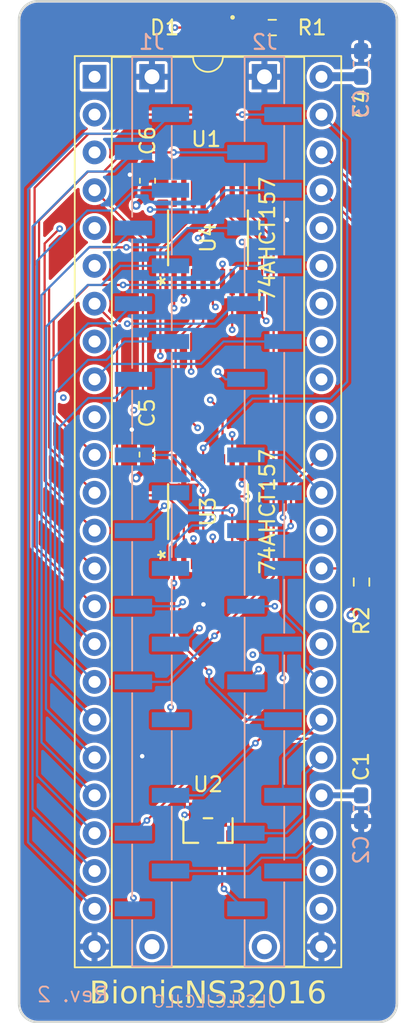
<source format=kicad_pcb>
(kicad_pcb (version 20241229) (generator "pcbnew") (generator_version "9.0")
  (title_block (title "BionicNS32016") (date "2025-12-24") (rev "2") (company "Tadashi G. Takaoka"))
  (layers (0 "F.Cu" mixed) (4 "In1.Cu" mixed) (6 "In2.Cu" mixed) (2 "B.Cu" mixed) (13 "F.Paste" user) (15 "B.Paste" user) (5 "F.SilkS" user "F.Silkscreen") (7 "B.SilkS" user "B.Silkscreen") (1 "F.Mask" user) (3 "B.Mask" user) (25 "Edge.Cuts" user))
  (net 0 "")
  (net 1 "Net-(U1-BBG)")
  (net 2 "GND")
  (net 3 "VCC")
  (net 4 "Net-(D1-K)")
  (net 5 "RDY")
  (net 6 "AD0")
  (net 7 "~{NMI}")
  (net 8 "AD3")
  (net 9 "~{INT}")
  (net 10 "P33")
  (net 11 "AD1")
  (net 12 "P36")
  (net 13 "~{RST}{slash}~{ABT}")
  (net 14 "AD2")
  (net 15 "P37")
  (net 16 "AD5")
  (net 17 "P35")
  (net 18 "AD4")
  (net 19 "P30")
  (net 20 "AD6")
  (net 21 "P34")
  (net 22 "AD7")
  (net 23 "P32")
  (net 24 "P31")
  (net 25 "Net-(J2-P57)")
  (net 27 "~{HLDA}")
  (net 28 "~{HBE}")
  (net 29 "~{DDIN}")
  (net 30 "AD12")
  (net 31 "AD14")
  (net 32 "AD10")
  (net 33 "ASEL")
  (net 34 "~{ADS}")
  (net 35 "AD13")
  (net 36 "~{PFS}")
  (net 37 "PHI1")
  (net 38 "~{HOLD}")
  (net 39 "AD9")
  (net 40 "AD8")
  (net 41 "AD11")
  (net 42 "~{DS}")
  (net 43 "PHI2")
  (net 44 "AD15")
  (net 45 "/A22")
  (net 46 "/A21")
  (net 47 "/A20")
  (net 48 "/A19")
  (net 49 "/A18")
  (net 50 "/A17")
  (net 51 "/A16")
  (net 52 "Net-(U1-~{AT})")
  (net 53 "/~{ILO}")
  (net 54 "/ST3")
  (net 55 "/ST2")
  (net 56 "/ST1")
  (net 57 "/ST0")
  (net 58 "/U{slash}~{S}")
  (net 59 "/A23")
  (footprint "rhom:LED_CSL1901UW1_ROM-M" (layer "F.Cu") (at 113.7 71.778 180)
    (property "Reference" "D1" (at 2.921 0 0) (layer "F.SilkS"))
    (property "Value" "CSL1901UW1")
    (pad "1" smd rect (at -0.8763 0 180) (size 0.9652 0.762) (layers "F.Cu" "F.Mask" "F.Paste") (net 4 "Net-(D1-K)"))
    (pad "2" smd rect (at 0.8763 0 180) (size 0.9652 0.762) (layers "F.Cu" "F.Mask" "F.Paste") (net 3 "VCC"))
    (zone (net 0) (net_name "") (layer "F.Cu") (connect_pads (clearance 0)) (min_thickness 0.254)
      (keepout (tracks not_allowed) (vias not_allowed) (pads allowed) (copperpour not_allowed) (footprints allowed))
      (fill (thermal_gap 0.508) (thermal_bridge_width 0.508))
      (polygon (pts (xy 114.0429 72.1336) (xy 113.3571 72.1336) (xy 113.3571 71.4224) (xy 114.0429 71.4224)))
    )
  )
  (footprint "Capacitor_SMD:C_0603_1608Metric_Pad1.08x0.95mm_HandSolder" (layer "F.Cu") (at 123.987 124.2047 -90)
    (property "Reference" "C1" (at -2.794 0 90) (layer "F.SilkS"))
    (property "Value" "1u")
    (pad "1" smd roundrect (at -0.8625 0 270) (size 1.075 0.95) (layers "F.Cu" "F.Mask" "F.Paste") (net 1 "Net-(U1-BBG)"))
    (pad "2" smd roundrect (at 0.8625 0 270) (size 1.075 0.95) (layers "F.Cu" "F.Mask" "F.Paste") (net 2 "GND"))
  )
  (footprint "Resistor_SMD:R_0603_1608Metric_Pad0.98x0.95mm_HandSolder" (layer "F.Cu") (at 124.0124 109.0144 90)
    (property "Reference" "R2" (at -2.6035 0 90) (layer "F.SilkS"))
    (property "Value" "10k")
    (pad "1" smd roundrect (at -0.9125 0 90) (size 0.975 0.95) (layers "F.Cu" "F.Mask" "F.Paste") (net 3 "VCC"))
    (pad "2" smd roundrect (at 0.9125 0 90) (size 0.975 0.95) (layers "F.Cu" "F.Mask" "F.Paste") (net 52 "Net-(U1-~{AT})"))
  )
  (footprint "bionic:DIP-48_W15.24mm_Socket" (layer "F.Cu") (at 106.08 75.08)
    (property "Reference" "U1" (at 7.493 4.191 0) (layer "F.SilkS"))
    (property "Value" "NS32016N")
    (pad "1" thru_hole rect (at 0 0) (size 1.6 1.6) (drill 0.8) (layers "*.Cu" "*.Mask") (net 45 "/A22"))
    (pad "2" thru_hole oval (at 0 2.54) (size 1.6 1.6) (drill 0.8) (layers "*.Cu" "*.Mask") (net 46 "/A21"))
    (pad "3" thru_hole oval (at 0 5.08) (size 1.6 1.6) (drill 0.8) (layers "*.Cu" "*.Mask") (net 47 "/A20"))
    (pad "4" thru_hole oval (at 0 7.62) (size 1.6 1.6) (drill 0.8) (layers "*.Cu" "*.Mask") (net 48 "/A19"))
    (pad "5" thru_hole oval (at 0 10.16) (size 1.6 1.6) (drill 0.8) (layers "*.Cu" "*.Mask") (net 49 "/A18"))
    (pad "6" thru_hole oval (at 0 12.7) (size 1.6 1.6) (drill 0.8) (layers "*.Cu" "*.Mask") (net 50 "/A17"))
    (pad "7" thru_hole oval (at 0 15.24) (size 1.6 1.6) (drill 0.8) (layers "*.Cu" "*.Mask") (net 51 "/A16"))
    (pad "8" thru_hole oval (at 0 17.78) (size 1.6 1.6) (drill 0.8) (layers "*.Cu" "*.Mask") (net 44 "AD15"))
    (pad "9" thru_hole oval (at 0 20.32) (size 1.6 1.6) (drill 0.8) (layers "*.Cu" "*.Mask") (net 31 "AD14"))
    (pad "10" thru_hole oval (at 0 22.86) (size 1.6 1.6) (drill 0.8) (layers "*.Cu" "*.Mask") (net 35 "AD13"))
    (pad "11" thru_hole oval (at 0 25.4) (size 1.6 1.6) (drill 0.8) (layers "*.Cu" "*.Mask") (net 30 "AD12"))
    (pad "12" thru_hole oval (at 0 27.94) (size 1.6 1.6) (drill 0.8) (layers "*.Cu" "*.Mask") (net 41 "AD11"))
    (pad "13" thru_hole oval (at 0 30.48) (size 1.6 1.6) (drill 0.8) (layers "*.Cu" "*.Mask") (net 32 "AD10"))
    (pad "14" thru_hole oval (at 0 33.02) (size 1.6 1.6) (drill 0.8) (layers "*.Cu" "*.Mask") (net 39 "AD9"))
    (pad "15" thru_hole oval (at 0 35.56) (size 1.6 1.6) (drill 0.8) (layers "*.Cu" "*.Mask") (net 40 "AD8"))
    (pad "16" thru_hole oval (at 0 38.1) (size 1.6 1.6) (drill 0.8) (layers "*.Cu" "*.Mask") (net 22 "AD7"))
    (pad "17" thru_hole oval (at 0 40.64) (size 1.6 1.6) (drill 0.8) (layers "*.Cu" "*.Mask") (net 20 "AD6"))
    (pad "18" thru_hole oval (at 0 43.18) (size 1.6 1.6) (drill 0.8) (layers "*.Cu" "*.Mask") (net 16 "AD5"))
    (pad "19" thru_hole oval (at 0 45.72) (size 1.6 1.6) (drill 0.8) (layers "*.Cu" "*.Mask") (net 18 "AD4"))
    (pad "20" thru_hole oval (at 0 48.26) (size 1.6 1.6) (drill 0.8) (layers "*.Cu" "*.Mask") (net 8 "AD3"))
    (pad "21" thru_hole oval (at 0 50.8) (size 1.6 1.6) (drill 0.8) (layers "*.Cu" "*.Mask") (net 14 "AD2"))
    (pad "22" thru_hole oval (at 0 53.34) (size 1.6 1.6) (drill 0.8) (layers "*.Cu" "*.Mask") (net 11 "AD1"))
    (pad "23" thru_hole oval (at 0 55.88) (size 1.6 1.6) (drill 0.8) (layers "*.Cu" "*.Mask") (net 6 "AD0"))
    (pad "24" thru_hole oval (at 0 58.42) (size 1.6 1.6) (drill 0.8) (layers "*.Cu" "*.Mask") (net 2 "GND"))
    (pad "25" thru_hole oval (at 15.24 58.42) (size 1.6 1.6) (drill 0.8) (layers "*.Cu" "*.Mask") (net 2 "GND"))
    (pad "26" thru_hole oval (at 15.24 55.88) (size 1.6 1.6) (drill 0.8) (layers "*.Cu" "*.Mask") (net 37 "PHI1"))
    (pad "27" thru_hole oval (at 15.24 53.34) (size 1.6 1.6) (drill 0.8) (layers "*.Cu" "*.Mask") (net 43 "PHI2"))
    (pad "28" thru_hole oval (at 15.24 50.8) (size 1.6 1.6) (drill 0.8) (layers "*.Cu" "*.Mask") (net 5 "RDY"))
    (pad "29" thru_hole oval (at 15.24 48.26) (size 1.6 1.6) (drill 0.8) (layers "*.Cu" "*.Mask") (net 1 "Net-(U1-BBG)"))
    (pad "30" thru_hole oval (at 15.24 45.72) (size 1.6 1.6) (drill 0.8) (layers "*.Cu" "*.Mask") (net 38 "~{HOLD}"))
    (pad "31" thru_hole oval (at 15.24 43.18) (size 1.6 1.6) (drill 0.8) (layers "*.Cu" "*.Mask") (net 27 "~{HLDA}"))
    (pad "32" thru_hole oval (at 15.24 40.64) (size 1.6 1.6) (drill 0.8) (layers "*.Cu" "*.Mask") (net 28 "~{HBE}"))
    (pad "33" thru_hole oval (at 15.24 38.1) (size 1.6 1.6) (drill 0.8) (layers "*.Cu" "*.Mask") (net 42 "~{DS}"))
    (pad "34" thru_hole oval (at 15.24 35.56) (size 1.6 1.6) (drill 0.8) (layers "*.Cu" "*.Mask") (net 13 "~{RST}{slash}~{ABT}"))
    (pad "35" thru_hole oval (at 15.24 33.02) (size 1.6 1.6) (drill 0.8) (layers "*.Cu" "*.Mask") (net 52 "Net-(U1-~{AT})"))
    (pad "36" thru_hole oval (at 15.24 30.48) (size 1.6 1.6) (drill 0.8) (layers "*.Cu" "*.Mask") (net 58 "/U{slash}~{S}"))
    (pad "37" thru_hole oval (at 15.24 27.94) (size 1.6 1.6) (drill 0.8) (layers "*.Cu" "*.Mask") (net 34 "~{ADS}"))
    (pad "38" thru_hole oval (at 15.24 25.4) (size 1.6 1.6) (drill 0.8) (layers "*.Cu" "*.Mask") (net 29 "~{DDIN}"))
    (pad "39" thru_hole oval (at 15.24 22.86) (size 1.6 1.6) (drill 0.8) (layers "*.Cu" "*.Mask") (net 36 "~{PFS}"))
    (pad "40" thru_hole oval (at 15.24 20.32) (size 1.6 1.6) (drill 0.8) (layers "*.Cu" "*.Mask") (net 54 "/ST3"))
    (pad "41" thru_hole oval (at 15.24 17.78) (size 1.6 1.6) (drill 0.8) (layers "*.Cu" "*.Mask") (net 55 "/ST2"))
    (pad "42" thru_hole oval (at 15.24 15.24) (size 1.6 1.6) (drill 0.8) (layers "*.Cu" "*.Mask") (net 56 "/ST1"))
    (pad "43" thru_hole oval (at 15.24 12.7) (size 1.6 1.6) (drill 0.8) (layers "*.Cu" "*.Mask") (net 57 "/ST0"))
    (pad "44" thru_hole oval (at 15.24 10.16) (size 1.6 1.6) (drill 0.8) (layers "*.Cu" "*.Mask") (net 53 "/~{ILO}"))
    (pad "45" thru_hole oval (at 15.24 7.62) (size 1.6 1.6) (drill 0.8) (layers "*.Cu" "*.Mask") (net 7 "~{NMI}"))
    (pad "46" thru_hole oval (at 15.24 5.08) (size 1.6 1.6) (drill 0.8) (layers "*.Cu" "*.Mask") (net 9 "~{INT}"))
    (pad "47" thru_hole oval (at 15.24 2.54) (size 1.6 1.6) (drill 0.8) (layers "*.Cu" "*.Mask") (net 59 "/A23"))
    (pad "48" thru_hole oval (at 15.24 0) (size 1.6 1.6) (drill 0.8) (layers "*.Cu" "*.Mask") (net 3 "VCC"))
  )
  (footprint "ti:PW16-M" (layer "F.Cu") (at 113.7 104.29 90)
    (property "Reference" "U3" (at 0 0 90) (layer "F.SilkS"))
    (property "Value" "74AHCT157")
    (fp_text user "*" (at -2.9 -2.8 90) (layer "F.SilkS"))
    (pad "1" smd rect (at -2.9718 -2.274999 90) (size 1.778 0.3556) (layers "F.Cu" "F.Mask" "F.Paste") (net 33 "ASEL"))
    (pad "2" smd rect (at -2.9718 -1.625001 90) (size 1.778 0.3556) (layers "F.Cu" "F.Mask" "F.Paste") (net 51 "/A16"))
    (pad "3" smd rect (at -2.9718 -0.974999 90) (size 1.778 0.3556) (layers "F.Cu" "F.Mask" "F.Paste") (net 47 "/A20"))
    (pad "4" smd rect (at -2.9718 -0.325001 90) (size 1.778 0.3556) (layers "F.Cu" "F.Mask" "F.Paste") (net 19 "P30"))
    (pad "5" smd rect (at -2.9718 0.324998 90) (size 1.778 0.3556) (layers "F.Cu" "F.Mask" "F.Paste") (net 50 "/A17"))
    (pad "6" smd rect (at -2.9718 0.974999 90) (size 1.778 0.3556) (layers "F.Cu" "F.Mask" "F.Paste") (net 46 "/A21"))
    (pad "7" smd rect (at -2.9718 1.624998 90) (size 1.778 0.3556) (layers "F.Cu" "F.Mask" "F.Paste") (net 24 "P31"))
    (pad "8" smd rect (at -2.9718 2.274999 90) (size 1.778 0.3556) (layers "F.Cu" "F.Mask" "F.Paste") (net 2 "GND"))
    (pad "9" smd rect (at 2.9718 2.274999 90) (size 1.778 0.3556) (layers "F.Cu" "F.Mask" "F.Paste") (net 23 "P32"))
    (pad "10" smd rect (at 2.9718 1.625001 90) (size 1.778 0.3556) (layers "F.Cu" "F.Mask" "F.Paste") (net 45 "/A22"))
    (pad "11" smd rect (at 2.9718 0.974999 90) (size 1.778 0.3556) (layers "F.Cu" "F.Mask" "F.Paste") (net 49 "/A18"))
    (pad "12" smd rect (at 2.9718 0.325001 90) (size 1.778 0.3556) (layers "F.Cu" "F.Mask" "F.Paste") (net 10 "P33"))
    (pad "13" smd rect (at 2.9718 -0.324998 90) (size 1.778 0.3556) (layers "F.Cu" "F.Mask" "F.Paste") (net 59 "/A23"))
    (pad "14" smd rect (at 2.9718 -0.974999 90) (size 1.778 0.3556) (layers "F.Cu" "F.Mask" "F.Paste") (net 48 "/A19"))
    (pad "15" smd rect (at 2.9718 -1.624998 90) (size 1.778 0.3556) (layers "F.Cu" "F.Mask" "F.Paste") (net 2 "GND"))
    (pad "16" smd rect (at 2.9718 -2.274999 90) (size 1.778 0.3556) (layers "F.Cu" "F.Mask" "F.Paste") (net 3 "VCC"))
  )
  (footprint "Capacitor_SMD:C_0603_1608Metric_Pad1.08x0.95mm_HandSolder" (layer "F.Cu") (at 109.636 82.065 90)
    (property "Reference" "C6" (at 2.697 0 90) (layer "F.SilkS"))
    (property "Value" "0.1u")
    (pad "1" smd roundrect (at -0.8625 0 90) (size 1.075 0.95) (layers "F.Cu" "F.Mask" "F.Paste") (net 3 "VCC"))
    (pad "2" smd roundrect (at 0.8625 0 90) (size 1.075 0.95) (layers "F.Cu" "F.Mask" "F.Paste") (net 2 "GND"))
  )
  (footprint "Capacitor_SMD:C_0603_1608Metric_Pad1.08x0.95mm_HandSolder" (layer "F.Cu") (at 109.6106 100.4557 90)
    (property "Reference" "C5" (at 2.794 0 90) (layer "F.SilkS"))
    (property "Value" "0.1u")
    (pad "1" smd roundrect (at -0.8625 0 90) (size 1.075 0.95) (layers "F.Cu" "F.Mask" "F.Paste") (net 3 "VCC"))
    (pad "2" smd roundrect (at 0.8625 0 90) (size 1.075 0.95) (layers "F.Cu" "F.Mask" "F.Paste") (net 2 "GND"))
  )
  (footprint "Capacitor_SMD:C_0603_1608Metric_Pad1.08x0.95mm_HandSolder" (layer "F.Cu") (at 123.987 74.2175 90)
    (property "Reference" "C4" (at -2.6935 0 90) (layer "F.SilkS"))
    (property "Value" "22u")
    (pad "1" smd roundrect (at -0.8625 0 90) (size 1.075 0.95) (layers "F.Cu" "F.Mask" "F.Paste") (net 3 "VCC"))
    (pad "2" smd roundrect (at 0.8625 0 90) (size 1.075 0.95) (layers "F.Cu" "F.Mask" "F.Paste") (net 2 "GND"))
  )
  (footprint "ti:PW16-M" (layer "F.Cu") (at 113.7 85.9004 90)
    (property "Reference" "U4" (at 0 0 90) (layer "F.SilkS"))
    (property "Value" "74AHCT157")
    (fp_text user "*" (at -2.9 -2.8 90) (layer "F.SilkS"))
    (pad "1" smd rect (at -2.9718 -2.274999 90) (size 1.778 0.3556) (layers "F.Cu" "F.Mask" "F.Paste") (net 33 "ASEL"))
    (pad "2" smd rect (at -2.9718 -1.625001 90) (size 1.778 0.3556) (layers "F.Cu" "F.Mask" "F.Paste") (net 57 "/ST0"))
    (pad "3" smd rect (at -2.9718 -0.974999 90) (size 1.778 0.3556) (layers "F.Cu" "F.Mask" "F.Paste") (net 58 "/U{slash}~{S}"))
    (pad "4" smd rect (at -2.9718 -0.325001 90) (size 1.778 0.3556) (layers "F.Cu" "F.Mask" "F.Paste") (net 21 "P34"))
    (pad "5" smd rect (at -2.9718 0.324998 90) (size 1.778 0.3556) (layers "F.Cu" "F.Mask" "F.Paste") (net 56 "/ST1"))
    (pad "6" smd rect (at -2.9718 0.974999 90) (size 1.778 0.3556) (layers "F.Cu" "F.Mask" "F.Paste") (net 53 "/~{ILO}"))
    (pad "7" smd rect (at -2.9718 1.624998 90) (size 1.778 0.3556) (layers "F.Cu" "F.Mask" "F.Paste") (net 17 "P35"))
    (pad "8" smd rect (at -2.9718 2.274999 90) (size 1.778 0.3556) (layers "F.Cu" "F.Mask" "F.Paste") (net 2 "GND"))
    (pad "9" smd rect (at 2.9718 2.274999 90) (size 1.778 0.3556) (layers "F.Cu" "F.Mask" "F.Paste") (net 12 "P36"))
    (pad "10" smd rect (at 2.9718 1.625001 90) (size 1.778 0.3556) (layers "F.Cu" "F.Mask" "F.Paste") (net 2 "GND"))
    (pad "11" smd rect (at 2.9718 0.974999 90) (size 1.778 0.3556) (layers "F.Cu" "F.Mask" "F.Paste") (net 55 "/ST2"))
    (pad "12" smd rect (at 2.9718 0.325001 90) (size 1.778 0.3556) (layers "F.Cu" "F.Mask" "F.Paste") (net 15 "P37"))
    (pad "13" smd rect (at 2.9718 -0.324998 90) (size 1.778 0.3556) (layers "F.Cu" "F.Mask" "F.Paste") (net 2 "GND"))
    (pad "14" smd rect (at 2.9718 -0.974999 90) (size 1.778 0.3556) (layers "F.Cu" "F.Mask" "F.Paste") (net 54 "/ST3"))
    (pad "15" smd rect (at 2.9718 -1.624998 90) (size 1.778 0.3556) (layers "F.Cu" "F.Mask" "F.Paste") (net 2 "GND"))
    (pad "16" smd rect (at 2.9718 -2.274999 90) (size 1.778 0.3556) (layers "F.Cu" "F.Mask" "F.Paste") (net 3 "VCC"))
  )
  (footprint "microchip:SOT-23_MC_MCH-M" (layer "F.Cu") (at 113.7 125.703 180)
    (property "Reference" "U2" (at 0 3.098 0) (layer "F.SilkS"))
    (property "Value" "11AA010-I/TT")
    (pad "1" smd rect (at -0.950001 1.066 180) (size 0.6604 1.6256) (layers "F.Cu" "F.Mask" "F.Paste") (net 25 "Net-(J2-P57)"))
    (pad "2" smd rect (at 0.950001 1.066 180) (size 0.6604 1.6256) (layers "F.Cu" "F.Mask" "F.Paste") (net 3 "VCC"))
    (pad "3" smd rect (at 0 -1.066 180) (size 0.6604 1.6256) (layers "F.Cu" "F.Mask" "F.Paste") (net 2 "GND"))
  )
  (footprint "Resistor_SMD:R_0603_1608Metric_Pad0.98x0.95mm_HandSolder" (layer "F.Cu") (at 118.018 71.778)
    (property "Reference" "R1" (at 2.667 0 0) (layer "F.SilkS"))
    (property "Value" "1.6k")
    (pad "1" smd roundrect (at -0.9125 0) (size 0.975 0.95) (layers "F.Cu" "F.Mask" "F.Paste") (net 4 "Net-(D1-K)"))
    (pad "2" smd roundrect (at 0.9125 0) (size 0.975 0.95) (layers "F.Cu" "F.Mask" "F.Paste") (net 2 "GND"))
  )
  (footprint "bionic:Bionic-P245_SMT" (layer "B.Cu") (at 117.51 104.29 180)
    (property "Reference" "J2" (at 0 31.54 0) (layer "B.SilkS") (effects (justify mirror)))
    (property "Value" "Bionic-P245")
    (pad "25" thru_hole oval (at 0.0208 -29.21 180) (size 1.7 1.7) (drill 1) (layers "*.Cu" "*.Mask") (net 3 "VCC"))
    (pad "26" smd rect (at 1.2654 -26.67 180) (size 2.51 1) (layers "B.Cu" "B.Mask" "B.Paste") (net 25 "Net-(J2-P57)"))
    (pad "27" smd rect (at -1.2238 -24.13 180) (size 2.51 1) (layers "B.Cu" "B.Mask" "B.Paste"))
    (pad "28" smd rect (at 1.2654 -21.59 180) (size 2.51 1) (layers "B.Cu" "B.Mask" "B.Paste") (net 38 "~{HOLD}"))
    (pad "29" smd rect (at -1.2238 -19.05 180) (size 2.51 1) (layers "B.Cu" "B.Mask" "B.Paste") (net 27 "~{HLDA}"))
    (pad "31" smd rect (at -1.2238 -13.97 180) (size 2.51 1) (layers "B.Cu" "B.Mask" "B.Paste") (net 33 "ASEL"))
    (pad "32" smd rect (at 1.2654 -11.43 180) (size 2.51 1) (layers "B.Cu" "B.Mask" "B.Paste") (net 36 "~{PFS}"))
    (pad "33" smd rect (at -1.2238 -8.89 180) (size 2.51 1) (layers "B.Cu" "B.Mask" "B.Paste") (net 37 "PHI1"))
    (pad "34" smd rect (at 1.2654 -6.35 180) (size 2.51 1) (layers "B.Cu" "B.Mask" "B.Paste") (net 43 "PHI2"))
    (pad "35" smd rect (at -1.2238 -3.81 180) (size 2.51 1) (layers "B.Cu" "B.Mask" "B.Paste") (net 28 "~{HBE}"))
    (pad "36" smd rect (at 1.2654 -1.27 180) (size 2.51 1) (layers "B.Cu" "B.Mask" "B.Paste") (net 29 "~{DDIN}"))
    (pad "37" smd rect (at -1.2238 1.27 180) (size 2.51 1) (layers "B.Cu" "B.Mask" "B.Paste") (net 42 "~{DS}"))
    (pad "38" smd rect (at 1.2654 3.81 180) (size 2.51 1) (layers "B.Cu" "B.Mask" "B.Paste") (net 34 "~{ADS}"))
    (pad "40" smd rect (at 1.2654 8.89 180) (size 2.51 1) (layers "B.Cu" "B.Mask" "B.Paste") (net 44 "AD15"))
    (pad "41" smd rect (at -1.2238 11.43 180) (size 2.51 1) (layers "B.Cu" "B.Mask" "B.Paste") (net 31 "AD14"))
    (pad "42" smd rect (at 1.2654 13.97 180) (size 2.51 1) (layers "B.Cu" "B.Mask" "B.Paste") (net 35 "AD13"))
    (pad "43" smd rect (at -1.2238 16.51 180) (size 2.51 1) (layers "B.Cu" "B.Mask" "B.Paste") (net 30 "AD12"))
    (pad "44" smd rect (at 1.2654 19.05 180) (size 2.51 1) (layers "B.Cu" "B.Mask" "B.Paste") (net 41 "AD11"))
    (pad "45" smd rect (at -1.2238 21.59 180) (size 2.51 1) (layers "B.Cu" "B.Mask" "B.Paste") (net 32 "AD10"))
    (pad "46" smd rect (at 1.2654 24.13 180) (size 2.51 1) (layers "B.Cu" "B.Mask" "B.Paste") (net 39 "AD9"))
    (pad "47" smd rect (at -1.2238 26.67 180) (size 2.51 1) (layers "B.Cu" "B.Mask" "B.Paste") (net 40 "AD8"))
    (pad "48" thru_hole rect (at 0.0208 29.21 180) (size 1.7 1.7) (drill 1) (layers "*.Cu" "*.Mask") (net 2 "GND"))
  )
  (footprint "Capacitor_SMD:C_0603_1608Metric_Pad1.08x0.95mm_HandSolder" (layer "B.Cu") (at 123.987 124.2025 -90)
    (property "Reference" "C2" (at 2.794 0 90) (layer "B.SilkS") (effects (justify mirror)))
    (property "Value" "1n")
    (pad "1" smd roundrect (at -0.8625 0 270) (size 1.075 0.95) (layers "B.Cu" "B.Mask" "B.Paste") (net 1 "Net-(U1-BBG)"))
    (pad "2" smd roundrect (at 0.8625 0 270) (size 1.075 0.95) (layers "B.Cu" "B.Mask" "B.Paste") (net 2 "GND"))
  )
  (footprint "Capacitor_SMD:C_0603_1608Metric_Pad1.08x0.95mm_HandSolder" (layer "B.Cu") (at 123.987 74.2175 90)
    (property "Reference" "C3" (at -2.667 0 90) (layer "B.SilkS") (effects (justify mirror)))
    (property "Value" "0.1u")
    (pad "1" smd roundrect (at -0.8625 0 90) (size 1.075 0.95) (layers "B.Cu" "B.Mask" "B.Paste") (net 3 "VCC"))
    (pad "2" smd roundrect (at 0.8625 0 90) (size 1.075 0.95) (layers "B.Cu" "B.Mask" "B.Paste") (net 2 "GND"))
  )
  (footprint "bionic:Bionic-P135_SMT" (layer "B.Cu") (at 109.9154 104.29 180)
    (property "Reference" "J1" (at 0 31.54 0) (layer "B.SilkS") (effects (justify mirror)))
    (property "Value" "Bionic-P135")
    (pad "1" thru_hole rect (at -0.0208 29.21 180) (size 1.7 1.7) (drill 1) (layers "*.Cu" "*.Mask") (net 2 "GND"))
    (pad "2" smd rect (at -1.2654 26.67 180) (size 2.51 1) (layers "B.Cu" "B.Mask" "B.Paste") (net 6 "AD0"))
    (pad "3" smd rect (at 1.2238 24.13 180) (size 2.51 1) (layers "B.Cu" "B.Mask" "B.Paste") (net 11 "AD1"))
    (pad "4" smd rect (at -1.2654 21.59 180) (size 2.51 1) (layers "B.Cu" "B.Mask" "B.Paste") (net 14 "AD2"))
    (pad "5" smd rect (at 1.2238 19.05 180) (size 2.51 1) (layers "B.Cu" "B.Mask" "B.Paste") (net 8 "AD3"))
    (pad "6" smd rect (at -1.2654 16.51 180) (size 2.51 1) (layers "B.Cu" "B.Mask" "B.Paste") (net 18 "AD4"))
    (pad "7" smd rect (at 1.2238 13.97 180) (size 2.51 1) (layers "B.Cu" "B.Mask" "B.Paste") (net 16 "AD5"))
    (pad "8" smd rect (at -1.2654 11.43 180) (size 2.51 1) (layers "B.Cu" "B.Mask" "B.Paste") (net 20 "AD6"))
    (pad "9" smd rect (at 1.2238 8.89 180) (size 2.51 1) (layers "B.Cu" "B.Mask" "B.Paste") (net 22 "AD7"))
    (pad "11" smd rect (at 1.2238 3.81 180) (size 2.51 1) (layers "B.Cu" "B.Mask" "B.Paste") (net 19 "P30"))
    (pad "12" smd rect (at -1.2654 1.27 180) (size 2.51 1) (layers "B.Cu" "B.Mask" "B.Paste") (net 24 "P31"))
    (pad "13" smd rect (at 1.2238 -1.27 180) (size 2.51 1) (layers "B.Cu" "B.Mask" "B.Paste") (net 23 "P32"))
    (pad "14" smd rect (at -1.2654 -3.81 180) (size 2.51 1) (layers "B.Cu" "B.Mask" "B.Paste") (net 10 "P33"))
    (pad "15" smd rect (at 1.2238 -6.35 180) (size 2.51 1) (layers "B.Cu" "B.Mask" "B.Paste") (net 21 "P34"))
    (pad "16" smd rect (at -1.2654 -8.89 180) (size 2.51 1) (layers "B.Cu" "B.Mask" "B.Paste") (net 17 "P35"))
    (pad "17" smd rect (at 1.2238 -11.43 180) (size 2.51 1) (layers "B.Cu" "B.Mask" "B.Paste") (net 12 "P36"))
    (pad "18" smd rect (at -1.2654 -13.97 180) (size 2.51 1) (layers "B.Cu" "B.Mask" "B.Paste") (net 15 "P37"))
    (pad "20" smd rect (at -1.2654 -19.05 180) (size 2.51 1) (layers "B.Cu" "B.Mask" "B.Paste") (net 9 "~{INT}"))
    (pad "21" smd rect (at 1.2238 -21.59 180) (size 2.51 1) (layers "B.Cu" "B.Mask" "B.Paste") (net 7 "~{NMI}"))
    (pad "22" smd rect (at -1.2654 -24.13 180) (size 2.51 1) (layers "B.Cu" "B.Mask" "B.Paste") (net 5 "RDY"))
    (pad "23" smd rect (at 1.2238 -26.67 180) (size 2.51 1) (layers "B.Cu" "B.Mask" "B.Paste") (net 13 "~{RST}{slash}~{ABT}"))
    (pad "24" thru_hole oval (at -0.0208 -29.21 180) (size 1.7 1.7) (drill 1) (layers "*.Cu" "*.Mask") (net 3 "VCC"))
  )
  (gr_line (start 101 71.27) (end 101 137.31) (stroke (width 0.15)) (layer "Edge.Cuts"))
  (gr_arc (start 126.4 137.31) (mid 126.028026 138.208026) (end 125.13 138.58) (stroke (width 0.15)) (layer "Edge.Cuts"))
  (gr_line (start 102.27 138.58) (end 125.13 138.58) (stroke (width 0.15)) (layer "Edge.Cuts"))
  (gr_line (start 125.13 70) (end 102.27 70) (stroke (width 0.15)) (layer "Edge.Cuts"))
  (gr_line (start 126.4 137.31) (end 126.4 71.27) (stroke (width 0.15)) (layer "Edge.Cuts"))
  (gr_arc (start 102.27 138.58) (mid 101.371974 138.208026) (end 101 137.31) (stroke (width 0.15)) (layer "Edge.Cuts"))
  (gr_arc (start 125.13 70) (mid 126.028026 70.371974) (end 126.4 71.27) (stroke (width 0.15)) (layer "Edge.Cuts"))
  (gr_arc (start 101 71.27) (mid 101.371974 70.371974) (end 102.27 70) (stroke (width 0.15)) (layer "Edge.Cuts"))
  (gr_text "74AHCT157" (at 118.272 86.002 90) (layer "F.SilkS") (effects (font (size 1 1)) (justify bottom)))
  (gr_text "BionicNS32016" (at 113.7 137.564 0) (layer "F.SilkS") (effects (font (size 1.5 1.5)) (justify bottom)))
  (gr_text "74AHCT157" (at 118.272 104.29 90) (layer "F.SilkS") (effects (font (size 1 1)) (justify bottom)))
  (gr_text "JLCJLCJLCJLC" (at 114.1572 137.6529 0) (layer "B.SilkS") (effects (font (size 0.8 0.8)) (justify bottom mirror)))
  (gr_text "Rev. 2" (at 107.096 137.31 0) (layer "B.SilkS") (effects (font (size 1 1)) (justify left bottom mirror)))
  (segment (start 123.987 123.342) (end 123.987 123.3422) (width 0.15) (layer "F.Cu") (net 1))
  (segment (start 123.985 123.34) (end 123.987 123.342) (width 0.4) (layer "F.Cu") (net 1))
  (segment (start 121.32 123.34) (end 123.985 123.34) (width 0.4) (layer "F.Cu") (net 1))
  (segment (start 121.32 123.34) (end 123.987 123.34) (width 0.4) (layer "B.Cu") (net 1))
  (via (at 109.2804 120.7111) (size 0.6) (drill 0.3) (layers "F.Cu" "B.Cu") (net 2))
  (via (at 108.4549 81.6586) (size 0.6) (drill 0.3) (layers "F.Cu" "B.Cu") (net 2))
  (via (at 108.5819 98.7782) (size 0.6) (drill 0.3) (layers "F.Cu" "B.Cu") (net 2))
  (via (at 119.0086 84.6939) (size 0.6) (drill 0.3) (layers "F.Cu" "B.Cu") (net 2))
  (via (at 113.3952 110.513) (size 0.6) (drill 0.3) (layers "F.Cu" "B.Cu") (net 2))
  (segment (start 112.824 71.778) (end 112.8237 71.778) (width 0.15) (layer "F.Cu") (net 3))
  (segment (start 108.875 102.0294) (end 108.875 102.003) (width 0.4) (layer "F.Cu") (net 3))
  (segment (start 109.56 101.318) (end 109.611 101.318) (width 0.4) (layer "F.Cu") (net 3))
  (segment (start 112.136 124.637) (end 112.125 124.648) (width 0.15) (layer "F.Cu") (net 3))
  (segment (start 124.0124 110.5257) (end 124.0124 109.9269) (width 0.6) (layer "F.Cu") (net 3))
  (segment (start 123.3033 111.2348) (end 124.0124 110.5257) (width 0.6) (layer "F.Cu") (net 3))
  (segment (start 123.3007 111.2348) (end 123.3033 111.2348) (width 0.6) (layer "F.Cu") (net 3))
  (segment (start 112.75 124.637) (end 112.136 124.637) (width 0.15) (layer "F.Cu") (net 3))
  (segment (start 109.636 82.9275) (end 109.636 82.954) (width 0.4) (layer "F.Cu") (net 3))
  (segment (start 109.636 82.954) (end 108.874 83.716) (width 0.4) (layer "F.Cu") (net 3))
  (segment (start 109.611 101.318) (end 109.6108 101.318) (width 0.6) (layer "F.Cu") (net 3))
  (segment (start 108.875 102.003) (end 109.56 101.318) (width 0.4) (layer "F.Cu") (net 3))
  (segment (start 109.6108 101.318) (end 109.6106 101.3182) (width 0.6) (layer "F.Cu") (net 3))
  (segment (start 121.32 75.08) (end 123.987 75.08) (width 0.6) (layer "F.Cu") (net 3))
  (segment (start 109.636 82.9275) (end 111.395 82.9275) (width 0.4) (layer "F.Cu") (net 3))
  (segment (start 112.8237 71.778) (end 111.478 71.778) (width 0.15) (layer "F.Cu") (net 3))
  (segment (start 109.611 101.318) (end 109.56 101.318) (width 0.4) (layer "F.Cu") (net 3))
  (segment (start 109.611 101.318) (end 111.396 101.318) (width 0.4) (layer "F.Cu") (net 3))
  (via (at 108.874 83.716) (size 0.6) (drill 0.3) (layers "F.Cu" "B.Cu") (net 3))
  (via (at 108.875 102.0294) (size 0.6) (drill 0.3) (layers "F.Cu" "B.Cu") (net 3))
  (via (at 112.125 124.648) (size 0.45) (drill 0.2) (layers "F.Cu" "B.Cu") (net 3))
  (via (at 123.3007 111.2348) (size 0.6) (drill 0.3) (layers "F.Cu" "B.Cu") (net 3))
  (via (at 111.478 71.778) (size 0.45) (drill 0.2) (layers "F.Cu" "B.Cu") (net 3))
  (segment (start 123.987 75.08) (end 121.32 75.08) (width 0.6) (layer "B.Cu") (net 3))
  (segment (start 114.576 71.778) (end 117.106 71.778) (width 0.15) (layer "F.Cu") (net 4))
  (segment (start 119.669 127.531) (end 121.32 125.88) (width 0.15) (layer "B.Cu") (net 5))
  (segment (start 111.1808 128.42) (end 116.4051 128.42) (width 0.15) (layer "B.Cu") (net 5))
  (segment (start 117.2941 127.531) (end 119.669 127.531) (width 0.15) (layer "B.Cu") (net 5))
  (segment (start 116.4051 128.42) (end 117.2941 127.531) (width 0.15) (layer "B.Cu") (net 5))
  (segment (start 101.6158 126.4958) (end 106.08 130.96) (width 0.15) (layer "B.Cu") (net 6))
  (segment (start 101.6158 82.643) (end 101.6158 126.4958) (width 0.15) (layer "B.Cu") (net 6))
  (segment (start 109.8981 78.9027) (end 105.3561 78.9027) (width 0.15) (layer "B.Cu") (net 6))
  (segment (start 105.3561 78.9027) (end 101.6158 82.643) (width 0.15) (layer "B.Cu") (net 6))
  (segment (start 111.1808 77.62) (end 109.8981 78.9027) (width 0.15) (layer "B.Cu") (net 6))
  (segment (start 123.4536 117.0027) (end 125.0157 115.4406) (width 0.15) (layer "F.Cu") (net 7))
  (segment (start 117.6243 117.0027) (end 123.4536 117.0027) (width 0.15) (layer "F.Cu") (net 7))
  (segment (start 125.0157 115.4406) (end 125.0157 86.3957) (width 0.15) (layer "F.Cu") (net 7))
  (segment (start 109.5979 125.0291) (end 117.6243 117.0027) (width 0.15) (layer "F.Cu") (net 7))
  (segment (start 125.0157 86.3957) (end 121.32 82.7) (width 0.15) (layer "F.Cu") (net 7))
  (via (at 109.5979 125.0291) (size 0.45) (drill 0.2) (layers "F.Cu" "B.Cu") (net 7))
  (segment (start 109.5425 125.0291) (end 108.6916 125.88) (width 0.15) (layer "B.Cu") (net 7))
  (segment (start 109.5979 125.0291) (end 109.5425 125.0291) (width 0.15) (layer "B.Cu") (net 7))
  (segment (start 102.5188 89.741) (end 102.5188 119.7788) (width 0.15) (layer "B.Cu") (net 8))
  (segment (start 108.6916 85.24) (end 108.6835 85.24) (width 0.15) (layer "B.Cu") (net 8))
  (segment (start 102.5188 119.7788) (end 106.08 123.34) (width 0.15) (layer "B.Cu") (net 8))
  (segment (start 108.6835 85.24) (end 107.4135 86.51) (width 0.15) (layer "B.Cu") (net 8))
  (segment (start 107.4135 86.51) (end 105.7498 86.51) (width 0.15) (layer "B.Cu") (net 8))
  (segment (start 105.7498 86.51) (end 102.5188 89.741) (width 0.15) (layer "B.Cu") (net 8))
  (segment (start 125.3167 115.927) (end 121.701 119.5427) (width 0.15) (layer "F.Cu") (net 9))
  (segment (start 117.1798 119.5427) (end 116.8877 119.8348) (width 0.15) (layer "F.Cu") (net 9))
  (segment (start 121.701 119.5427) (end 117.1798 119.5427) (width 0.15) (layer "F.Cu") (net 9))
  (segment (start 125.3167 84.1567) (end 125.3167 115.927) (width 0.15) (layer "F.Cu") (net 9))
  (segment (start 121.32 80.16) (end 125.3167 84.1567) (width 0.15) (layer "F.Cu") (net 9))
  (via (at 116.8877 119.8348) (size 0.45) (drill 0.2) (layers "F.Cu" "B.Cu") (net 9))
  (segment (start 116.8496 119.8348) (end 113.3444 123.34) (width 0.15) (layer "B.Cu") (net 9))
  (segment (start 116.8877 119.8348) (end 116.8496 119.8348) (width 0.15) (layer "B.Cu") (net 9))
  (segment (start 113.3444 123.34) (end 111.1808 123.34) (width 0.15) (layer "B.Cu") (net 9))
  (segment (start 114.025 104.6511) (end 114.025 101.3182) (width 0.15) (layer "F.Cu") (net 10))
  (via (at 114.025 104.6511) (size 0.45) (drill 0.2) (layers "F.Cu" "B.Cu") (net 10))
  (segment (start 111.1808 106.6695) (end 111.1808 108.1) (width 0.15) (layer "B.Cu") (net 10))
  (segment (start 113.5095 105.2171) (end 112.6332 105.2171) (width 0.15) (layer "B.Cu") (net 10))
  (segment (start 114.025 104.6511) (end 114.025 104.7016) (width 0.15) (layer "B.Cu") (net 10))
  (segment (start 114.025 104.7016) (end 113.5095 105.2171) (width 0.15) (layer "B.Cu") (net 10))
  (segment (start 112.6332 105.2171) (end 111.1808 106.6695) (width 0.15) (layer "B.Cu") (net 10))
  (segment (start 101.9168 124.2568) (end 106.08 128.42) (width 0.15) (layer "B.Cu") (net 11))
  (segment (start 101.9168 85.136) (end 101.9168 124.2568) (width 0.15) (layer "B.Cu") (net 11))
  (segment (start 108.6916 80.16) (end 107.4089 81.4427) (width 0.15) (layer "B.Cu") (net 11))
  (segment (start 105.6101 81.4427) (end 101.9168 85.136) (width 0.15) (layer "B.Cu") (net 11))
  (segment (start 107.4089 81.4427) (end 105.6101 81.4427) (width 0.15) (layer "B.Cu") (net 11))
  (segment (start 118.1069 108.6588) (end 118.1069 85.9512) (width 0.15) (layer "F.Cu") (net 12))
  (segment (start 114.13815 112.62755) (end 118.1069 108.6588) (width 0.15) (layer "F.Cu") (net 12))
  (segment (start 115.975 83.8193) (end 115.975 82.9286) (width 0.15) (layer "F.Cu") (net 12))
  (segment (start 118.1069 85.9512) (end 115.975 83.8193) (width 0.15) (layer "F.Cu") (net 12))
  (via (at 114.13815 112.62755) (size 0.45) (drill 0.2) (layers "F.Cu" "B.Cu") (net 12))
  (segment (start 114.13815 112.62755) (end 111.0457 115.72) (width 0.15) (layer "B.Cu") (net 12))
  (segment (start 111.0457 115.72) (end 108.6916 115.72) (width 0.15) (layer "B.Cu") (net 12))
  (via (at 116.7099 113.8912) (size 0.45) (drill 0.2) (layers "F.Cu" "B.Cu") (net 13))
  (via (at 108.6962 130.2361) (size 0.45) (drill 0.2) (layers "F.Cu" "B.Cu") (net 13))
  (segment (start 108.6962 130.9554) (end 108.6916 130.96) (width 0.15) (layer "B.Cu") (net 13))
  (segment (start 108.6962 130.2361) (end 108.6962 130.9554) (width 0.15) (layer "B.Cu") (net 13))
  (segment (start 111.1808 82.7) (end 108.747 82.7) (width 0.15) (layer "B.Cu") (net 14))
  (segment (start 107.38175 84.06525) (end 105.59105 84.06525) (width 0.15) (layer "B.Cu") (net 14))
  (segment (start 102.2178 122.0178) (end 106.08 125.88) (width 0.15) (layer "B.Cu") (net 14))
  (segment (start 105.59105 84.06525) (end 102.2178 87.4385) (width 0.15) (layer "B.Cu") (net 14))
  (segment (start 102.2178 87.4385) (end 102.2178 122.0178) (width 0.15) (layer "B.Cu") (net 14))
  (segment (start 108.747 82.7) (end 107.38175 84.06525) (width 0.15) (layer "B.Cu") (net 14))
  (segment (start 113.0523 85.9131) (end 114.025 84.9404) (width 0.15) (layer "F.Cu") (net 15))
  (segment (start 114.025 84.9404) (end 114.025 82.9286) (width 0.15) (layer "F.Cu") (net 15))
  (segment (start 113.0396 85.9131) (end 113.0523 85.9131) (width 0.15) (layer "F.Cu") (net 15))
  (via (at 113.0396 85.9131) (size 0.45) (drill 0.2) (layers "F.Cu" "B.Cu") (net 15))
  (via (at 111.1808 117.4218) (size 0.45) (drill 0.2) (layers "F.Cu" "B.Cu") (net 15))
  (segment (start 111.1808 117.4218) (end 111.1808 118.26) (width 0.15) (layer "B.Cu") (net 15))
  (segment (start 108.6916 90.32) (end 107.3708 91.6408) (width 0.15) (layer "B.Cu") (net 16))
  (segment (start 105.6482 91.6408) (end 103.1208 94.1682) (width 0.15) (layer "B.Cu") (net 16))
  (segment (start 107.3708 91.6408) (end 105.6482 91.6408) (width 0.15) (layer "B.Cu") (net 16))
  (segment (start 103.1208 115.3008) (end 106.08 118.26) (width 0.15) (layer "B.Cu") (net 16))
  (segment (start 103.1208 94.1682) (end 103.1208 115.3008) (width 0.15) (layer "B.Cu") (net 16))
  (segment (start 115.3256 92.0736) (end 115.3256 88.8728) (width 0.15) (layer "F.Cu") (net 17))
  (segment (start 115.3256 88.8728) (end 115.325 88.8722) (width 0.15) (layer "F.Cu") (net 17))
  (via (at 113.1285 112.1132) (size 0.45) (drill 0.2) (layers "F.Cu" "B.Cu") (net 17))
  (via (at 115.3256 92.0736) (size 0.45) (drill 0.2) (layers "F.Cu" "B.Cu") (net 17))
  (segment (start 113.1285 112.1132) (end 113.0777 112.1132) (width 0.15) (layer "B.Cu") (net 17))
  (segment (start 112.0588 113.1321) (end 111.2287 113.1321) (width 0.15) (layer "B.Cu") (net 17))
  (segment (start 113.0777 112.1132) (end 112.0588 113.1321) (width 0.15) (layer "B.Cu") (net 17))
  (segment (start 111.2287 113.1321) (end 111.1808 113.18) (width 0.15) (layer "B.Cu") (net 17))
  (segment (start 105.6228 89.0627) (end 102.8198 91.8657) (width 0.15) (layer "B.Cu") (net 18))
  (segment (start 102.8198 117.5398) (end 106.08 120.8) (width 0.15) (layer "B.Cu") (net 18))
  (segment (start 102.8198 91.8657) (end 102.8198 117.5398) (width 0.15) (layer "B.Cu") (net 18))
  (segment (start 107.8199 87.78) (end 106.5372 89.0627) (width 0.15) (layer "B.Cu") (net 18))
  (segment (start 111.1808 87.78) (end 107.8199 87.78) (width 0.15) (layer "B.Cu") (net 18))
  (segment (start 106.5372 89.0627) (end 105.6228 89.0627) (width 0.15) (layer "B.Cu") (net 18))
  (segment (start 113.3194 102.8295) (end 113.2855 102.8295) (width 0.15) (layer "F.Cu") (net 19))
  (segment (start 113.2855 102.8295) (end 113.3825 102.9265) (width 0.15) (layer "F.Cu") (net 19))
  (segment (start 113.3825 107.2543) (end 113.375 107.2618) (width 0.15) (layer "F.Cu") (net 19))
  (segment (start 113.3825 102.9265) (end 113.3825 107.2543) (width 0.15) (layer "F.Cu") (net 19))
  (segment (start 113.3575 102.8676) (end 113.3194 102.8295) (width 0.15) (layer "F.Cu") (net 19))
  (via (at 113.3575 102.8676) (size 0.45) (drill 0.2) (layers "F.Cu" "B.Cu") (net 19))
  (segment (start 113.3575 102.6289) (end 111.2086 100.48) (width 0.15) (layer "B.Cu") (net 19))
  (segment (start 113.3575 102.8676) (end 113.3575 102.6289) (width 0.15) (layer "B.Cu") (net 19))
  (segment (start 111.2086 100.48) (end 108.6916 100.48) (width 0.15) (layer "B.Cu") (net 19))
  (segment (start 105.6482 94.0919) (end 103.4218 96.3183) (width 0.15) (layer "B.Cu") (net 20))
  (segment (start 108.112 92.86) (end 106.8801 94.0919) (width 0.15) (layer "B.Cu") (net 20))
  (segment (start 103.4218 96.3183) (end 103.4218 113.0618) (width 0.15) (layer "B.Cu") (net 20))
  (segment (start 106.8801 94.0919) (end 105.6482 94.0919) (width 0.15) (layer "B.Cu") (net 20))
  (segment (start 111.1808 92.86) (end 108.112 92.86) (width 0.15) (layer "B.Cu") (net 20))
  (segment (start 103.4218 113.0618) (end 106.08 115.72) (width 0.15) (layer "B.Cu") (net 20))
  (segment (start 113.375 91.534) (end 113.375 88.8722) (width 0.15) (layer "F.Cu") (net 21))
  (segment (start 112.5697 92.3393) (end 113.375 91.534) (width 0.15) (layer "F.Cu") (net 21))
  (segment (start 112.5697 94.8793) (end 112.5697 92.3393) (width 0.15) (layer "F.Cu") (net 21))
  (via (at 112.5697 94.8793) (size 0.45) (drill 0.2) (layers "F.Cu" "B.Cu") (net 21))
  (via (at 111.9982 110.3606) (size 0.45) (drill 0.2) (layers "F.Cu" "B.Cu") (net 21))
  (segment (start 111.7188 110.64) (end 108.6916 110.64) (width 0.15) (layer "B.Cu") (net 21))
  (segment (start 111.9982 110.3606) (end 111.7188 110.64) (width 0.15) (layer "B.Cu") (net 21))
  (segment (start 103.7228 110.8228) (end 106.08 113.18) (width 0.15) (layer "B.Cu") (net 22))
  (segment (start 105.6609 96.6573) (end 103.7228 98.5954) (width 0.15) (layer "B.Cu") (net 22))
  (segment (start 108.6916 95.4) (end 107.4343 96.6573) (width 0.15) (layer "B.Cu") (net 22))
  (segment (start 103.7228 98.5954) (end 103.7228 110.8228) (width 0.15) (layer "B.Cu") (net 22))
  (segment (start 107.4343 96.6573) (end 105.6609 96.6573) (width 0.15) (layer "B.Cu") (net 22))
  (segment (start 115.975 102.4485) (end 115.975 101.3182) (width 0.15) (layer "F.Cu") (net 23))
  (via (at 110.7663 103.895002) (size 0.45) (drill 0.2) (layers "F.Cu" "B.Cu") (net 23))
  (via (at 115.975 102.4485) (size 0.45) (drill 0.2) (layers "F.Cu" "B.Cu") (net 23))
  (segment (start 109.0899 105.56) (end 108.6916 105.56) (width 0.15) (layer "B.Cu") (net 23))
  (segment (start 110.754898 103.895002) (end 109.0899 105.56) (width 0.15) (layer "B.Cu") (net 23))
  (segment (start 110.7663 103.895002) (end 110.754898 103.895002) (width 0.15) (layer "B.Cu") (net 23))
  (segment (start 115.2875 104.2011) (end 115.325 104.2386) (width 0.15) (layer "F.Cu") (net 24))
  (segment (start 115.325 104.2386) (end 115.325 107.2618) (width 0.15) (layer "F.Cu") (net 24))
  (via (at 115.2875 104.2011) (size 0.45) (drill 0.2) (layers "F.Cu" "B.Cu") (net 24))
  (segment (start 112.3619 104.2011) (end 111.1808 103.02) (width 0.15) (layer "B.Cu") (net 24))
  (segment (start 115.2875 104.2011) (end 112.3619 104.2011) (width 0.15) (layer "B.Cu") (net 24))
  (segment (start 114.65 129.5024) (end 114.65 124.637) (width 0.15) (layer "F.Cu") (net 25))
  (segment (start 114.7687 129.6211) (end 114.65 129.5024) (width 0.15) (layer "F.Cu") (net 25))
  (via (at 114.7687 129.6211) (size 0.45) (drill 0.2) (layers "F.Cu" "B.Cu") (net 25))
  (segment (start 116.1076 130.96) (end 114.7687 129.6211) (width 0.15) (layer "B.Cu") (net 25))
  (segment (start 116.2446 130.96) (end 116.1076 130.96) (width 0.15) (layer "B.Cu") (net 25))
  (segment (start 118.7338 123.34) (end 118.7338 120.8462) (width 0.15) (layer "B.Cu") (net 27))
  (segment (start 118.7338 120.8462) (end 121.32 118.26) (width 0.15) (layer "B.Cu") (net 27))
  (segment (start 118.7647 111.1353) (end 118.7647 108.1309) (width 0.15) (layer "B.Cu") (net 28))
  (segment (start 120.2155 114.6155) (end 120.2155 112.5861) (width 0.15) (layer "B.Cu") (net 28))
  (segment (start 120.2155 112.5861) (end 118.7647 111.1353) (width 0.15) (layer "B.Cu") (net 28))
  (segment (start 121.32 115.72) (end 120.2155 114.6155) (width 0.15) (layer "B.Cu") (net 28))
  (segment (start 118.7647 108.1309) (end 118.7338 108.1) (width 0.15) (layer "B.Cu") (net 28))
  (segment (start 119.2753 105.2298) (end 119.2753 102.5247) (width 0.15) (layer "F.Cu") (net 29))
  (segment (start 119.2753 102.5247) (end 121.32 100.48) (width 0.15) (layer "F.Cu") (net 29))
  (segment (start 119.2499 105.2552) (end 119.2753 105.2298) (width 0.15) (layer "F.Cu") (net 29))
  (via (at 119.2499 105.2552) (size 0.45) (drill 0.2) (layers "F.Cu" "B.Cu") (net 29))
  (segment (start 118.9451 105.56) (end 119.2499 105.2552) (width 0.15) (layer "B.Cu") (net 29))
  (segment (start 116.2446 105.56) (end 118.9451 105.56) (width 0.15) (layer "B.Cu") (net 29))
  (segment (start 105.6736 89.0627) (end 103.3292 91.4071) (width 0.15) (layer "F.Cu") (net 30))
  (segment (start 107.769799 89.062001) (end 107.7691 89.0627) (width 0.15) (layer "F.Cu") (net 30))
  (segment (start 107.7691 89.0627) (end 105.6736 89.0627) (width 0.15) (layer "F.Cu") (net 30))
  (segment (start 107.998399 89.062001) (end 107.769799 89.062001) (width 0.15) (layer "F.Cu") (net 30))
  (segment (start 103.3292 91.4071) (end 103.3292 97.7292) (width 0.15) (layer "F.Cu") (net 30))
  (segment (start 103.3292 97.7292) (end 106.08 100.48) (width 0.15) (layer "F.Cu") (net 30))
  (via (at 107.998399 89.062001) (size 0.45) (drill 0.2) (layers "F.Cu" "B.Cu") (net 30))
  (segment (start 115.6558 87.78) (end 114.3731 89.0627) (width 0.15) (layer "B.Cu") (net 30))
  (segment (start 118.7338 87.78) (end 115.6558 87.78) (width 0.15) (layer "B.Cu") (net 30))
  (segment (start 114.3731 89.0627) (end 107.999098 89.0627) (width 0.15) (layer "B.Cu") (net 30))
  (segment (start 107.999098 89.0627) (end 107.998399 89.062001) (width 0.15) (layer "B.Cu") (net 30))
  (segment (start 114.7414 92.86) (end 118.7338 92.86) (width 0.15) (layer "B.Cu") (net 31))
  (segment (start 107.1114 94.3686) (end 113.2328 94.3686) (width 0.15) (layer "B.Cu") (net 31))
  (segment (start 106.08 95.4) (end 107.1114 94.3686) (width 0.15) (layer "B.Cu") (net 31))
  (segment (start 113.2328 94.3686) (end 114.7414 92.86) (width 0.15) (layer "B.Cu") (net 31))
  (segment (start 103.724849 85.283751) (end 102.7272 86.2814) (width 0.15) (layer "F.Cu") (net 32))
  (segment (start 103.736151 85.283751) (end 103.724849 85.283751) (width 0.15) (layer "F.Cu") (net 32))
  (segment (start 102.7272 102.2072) (end 106.08 105.56) (width 0.15) (layer "F.Cu") (net 32))
  (segment (start 102.7272 86.2814) (end 102.7272 102.2072) (width 0.15) (layer "F.Cu") (net 32))
  (via (at 103.736151 85.283751) (size 0.45) (drill 0.2) (layers "F.Cu" "B.Cu") (net 32))
  (via (at 109.8138 83.9954) (size 0.45) (drill 0.2) (layers "F.Cu" "B.Cu") (net 32))
  (segment (start 114.8684 82.7) (end 113.573 83.9954) (width 0.15) (layer "B.Cu") (net 32))
  (segment (start 118.7338 82.7) (end 114.8684 82.7) (width 0.15) (layer "B.Cu") (net 32))
  (segment (start 113.573 83.9954) (end 109.8138 83.9954) (width 0.15) (layer "B.Cu") (net 32))
  (segment (start 111.425001 109.078712) (end 111.425001 107.2618) (width 0.15) (layer "F.Cu") (net 33))
  (segment (start 111.415575 109.088138) (end 111.415575 108.984427) (width 0.15) (layer "F.Cu") (net 33))
  (segment (start 111.415575 108.984427) (end 111.425001 108.975001) (width 0.15) (layer "F.Cu") (net 33))
  (segment (start 111.4267 90.6219) (end 111.4267 88.8739) (width 0.15) (layer "F.Cu") (net 33))
  (segment (start 111.425 109.097563) (end 111.415575 109.088138) (width 0.15) (layer "F.Cu") (net 33))
  (segment (start 111.415575 109.088138) (end 111.425001 109.078712) (width 0.15) (layer "F.Cu") (net 33))
  (segment (start 111.4267 88.8739) (end 111.425 88.8722) (width 0.15) (layer "F.Cu") (net 33))
  (segment (start 113.7762 115.0469) (end 111.425 112.6957) (width 0.15) (layer "F.Cu") (net 33))
  (segment (start 111.425 112.6957) (end 111.425 109.097563) (width 0.15) (layer "F.Cu") (net 33))
  (via (at 111.415575 109.088138) (size 0.45) (drill 0.2) (layers "F.Cu" "B.Cu") (net 33))
  (via (at 113.7762 115.0469) (size 0.45) (drill 0.2) (layers "F.Cu" "B.Cu") (net 33))
  (via (at 111.4267 90.6219) (size 0.45) (drill 0.2) (layers "F.Cu" "B.Cu") (net 33))
  (segment (start 113.7762 115.729889) (end 113.7762 115.0469) (width 0.15) (layer "B.Cu") (net 33))
  (segment (start 116.306311 118.26) (end 113.7762 115.729889) (width 0.15) (layer "B.Cu") (net 33))
  (segment (start 118.7338 118.26) (end 116.306311 118.26) (width 0.15) (layer "B.Cu") (net 33))
  (segment (start 121.32 103.02) (end 118.78 100.48) (width 0.15) (layer "B.Cu") (net 34))
  (segment (start 118.78 100.48) (end 116.2446 100.48) (width 0.15) (layer "B.Cu") (net 34))
  (via (at 108.2782 91.6662) (size 0.45) (drill 0.2) (layers "F.Cu" "B.Cu") (net 35))
  (segment (start 108.2782 91.6662) (end 114.1434 91.6662) (width 0.15) (layer "B.Cu") (net 35))
  (segment (start 114.1434 91.6662) (end 115.4896 90.32) (width 0.15) (layer "B.Cu") (net 35))
  (segment (start 115.4896 90.32) (end 116.2446 90.32) (width 0.15) (layer "B.Cu") (net 35))
  (via (at 117.09955 114.86505) (size 0.45) (drill 0.2) (layers "F.Cu" "B.Cu") (net 36))
  (segment (start 117.09955 114.86505) (end 116.2446 115.72) (width 0.15) (layer "B.Cu") (net 36))
  (via (at 118.7292 115.4533) (size 0.45) (drill 0.2) (layers "F.Cu" "B.Cu") (net 37))
  (segment (start 118.7292 113.1846) (end 118.7338 113.18) (width 0.15) (layer "B.Cu") (net 37))
  (segment (start 118.7292 115.4533) (end 118.7292 113.1846) (width 0.15) (layer "B.Cu") (net 37))
  (segment (start 120.245 124.5928) (end 118.9578 125.88) (width 0.15) (layer "B.Cu") (net 38))
  (segment (start 120.245 121.875) (end 120.245 124.5928) (width 0.15) (layer "B.Cu") (net 38))
  (segment (start 118.9578 125.88) (end 116.2446 125.88) (width 0.15) (layer "B.Cu") (net 38))
  (segment (start 121.32 120.8) (end 120.245 121.875) (width 0.15) (layer "B.Cu") (net 38))
  (segment (start 111.3886 80.16) (end 107.985 80.16) (width 0.15) (layer "F.Cu") (net 39))
  (segment (start 106.6896 81.4554) (end 105.6355 81.4554) (width 0.15) (layer "F.Cu") (net 39))
  (segment (start 102.3551 84.7358) (end 102.3551 104.3751) (width 0.15) (layer "F.Cu") (net 39))
  (segment (start 105.6355 81.4554) (end 102.3551 84.7358) (width 0.15) (layer "F.Cu") (net 39))
  (segment (start 107.985 80.16) (end 106.6896 81.4554) (width 0.15) (layer "F.Cu") (net 39))
  (segment (start 102.3551 104.3751) (end 106.08 108.1) (width 0.15) (layer "F.Cu") (net 39))
  (via (at 111.3886 80.16) (size 0.45) (drill 0.2) (layers "F.Cu" "B.Cu") (net 39))
  (segment (start 116.2446 80.16) (end 111.3886 80.16) (width 0.15) (layer "B.Cu") (net 39))
  (segment (start 102.0541 82.5349) (end 102.0541 87.719311) (width 0.15) (layer "F.Cu") (net 40))
  (segment (start 102.0503 106.6103) (end 106.08 110.64) (width 0.15) (layer "F.Cu") (net 40))
  (segment (start 102.0503 87.723111) (end 102.0503 106.6103) (width 0.15) (layer "F.Cu") (net 40))
  (segment (start 108.6327 77.62) (end 107.3373 78.9154) (width 0.15) (layer "F.Cu") (net 40))
  (segment (start 102.0541 87.719311) (end 102.0503 87.723111) (width 0.15) (layer "F.Cu") (net 40))
  (segment (start 107.3373 78.9154) (end 105.6736 78.9154) (width 0.15) (layer "F.Cu") (net 40))
  (segment (start 105.6736 78.9154) (end 102.0541 82.5349) (width 0.15) (layer "F.Cu") (net 40))
  (segment (start 115.9987 77.62) (end 108.6327 77.62) (width 0.15) (layer "F.Cu") (net 40))
  (via (at 115.9987 77.62) (size 0.45) (drill 0.2) (layers "F.Cu" "B.Cu") (net 40))
  (segment (start 115.9987 77.62) (end 118.7338 77.62) (width 0.15) (layer "B.Cu") (net 40))
  (segment (start 103.0282 89.2316) (end 103.0282 99.9682) (width 0.15) (layer "F.Cu") (net 41))
  (segment (start 103.0282 99.9682) (end 106.08 103.02) (width 0.15) (layer "F.Cu") (net 41))
  (segment (start 105.7244 86.5354) (end 103.0282 89.2316) (width 0.15) (layer "F.Cu") (net 41))
  (segment (start 108.2191 86.5354) (end 105.7244 86.5354) (width 0.15) (layer "F.Cu") (net 41))
  (via (at 108.2191 86.5354) (size 0.45) (drill 0.2) (layers "F.Cu" "B.Cu") (net 41))
  (segment (start 112.3157 85.24) (end 116.2446 85.24) (width 0.15) (layer "B.Cu") (net 41))
  (segment (start 111.0203 86.5354) (end 112.3157 85.24) (width 0.15) (layer "B.Cu") (net 41))
  (segment (start 108.2191 86.5354) (end 111.0203 86.5354) (width 0.15) (layer "B.Cu") (net 41))
  (via (at 118.734851 104.678049) (size 0.45) (drill 0.2) (layers "F.Cu" "B.Cu") (net 42))
  (segment (start 118.7419 103.0281) (end 118.7338 103.02) (width 0.15) (layer "B.Cu") (net 42))
  (segment (start 118.734851 104.678049) (end 118.7419 104.671) (width 0.15) (layer "B.Cu") (net 42))
  (segment (start 118.7419 104.671) (end 118.7419 103.0281) (width 0.15) (layer "B.Cu") (net 42))
  (via (at 118.1834 110.64) (size 0.45) (drill 0.2) (layers "F.Cu" "B.Cu") (net 43))
  (segment (start 118.1834 110.64) (end 116.2446 110.64) (width 0.15) (layer "B.Cu") (net 43))
  (via (at 114.363 94.8843) (size 0.45) (drill 0.2) (layers "F.Cu" "B.Cu") (net 44))
  (segment (start 114.8787 95.4) (end 116.2446 95.4) (width 0.15) (layer "B.Cu") (net 44))
  (segment (start 114.363 94.8843) (end 114.8787 95.4) (width 0.15) (layer "B.Cu") (net 44))
  (segment (start 115.325 99.0957) (end 115.325 101.3182) (width 0.15) (layer "F.Cu") (net 45))
  (via (at 115.325 99.0957) (size 0.45) (drill 0.2) (layers "F.Cu" "B.Cu") (net 45))
  (via (at 108.7282 97.4701) (size 0.45) (drill 0.2) (layers "F.Cu" "B.Cu") (net 45))
  (segment (start 114.674999 104.17579) (end 115.589489 103.2613) (width 0.15) (layer "F.Cu") (net 46))
  (segment (start 114.674999 107.2618) (end 114.674999 104.17579) (width 0.15) (layer "F.Cu") (net 46))
  (segment (start 115.589489 103.2613) (end 116.2908 103.2613) (width 0.15) (layer "F.Cu") (net 46))
  (via (at 116.2908 103.2613) (size 0.45) (drill 0.2) (layers "F.Cu" "B.Cu") (net 46))
  (via (at 115.986 86.1798) (size 0.45) (drill 0.2) (layers "F.Cu" "B.Cu") (net 46))
  (segment (start 112.725 106.0934) (end 112.725 107.2618) (width 0.15) (layer "F.Cu") (net 47))
  (via (at 112.725 106.0934) (size 0.45) (drill 0.2) (layers "F.Cu" "B.Cu") (net 47))
  (segment (start 109.3312 96.7589) (end 109.3312 85.9639) (width 0.15) (layer "F.Cu") (net 48))
  (segment (start 112.725 100.1527) (end 109.3312 96.7589) (width 0.15) (layer "F.Cu") (net 48))
  (segment (start 109.3312 85.9639) (end 106.08 82.7127) (width 0.15) (layer "F.Cu") (net 48))
  (segment (start 106.08 82.7127) (end 106.08 82.7) (width 0.15) (layer "F.Cu") (net 48))
  (segment (start 112.725 101.3182) (end 112.725 100.1527) (width 0.15) (layer "F.Cu") (net 48))
  (segment (start 114.6779 101.3153) (end 114.675 101.3182) (width 0.15) (layer "F.Cu") (net 49))
  (segment (start 114.6779 97.6098) (end 114.6779 101.3153) (width 0.15) (layer "F.Cu") (net 49))
  (segment (start 113.8524 96.7843) (end 114.6779 97.6098) (width 0.15) (layer "F.Cu") (net 49))
  (via (at 113.8524 96.7843) (size 0.45) (drill 0.2) (layers "F.Cu" "B.Cu") (net 49))
  (segment (start 114.0175 106.068) (end 114.024998 106.075498) (width 0.15) (layer "F.Cu") (net 50))
  (segment (start 114.0175 105.9791) (end 114.0175 106.068) (width 0.15) (layer "F.Cu") (net 50))
  (segment (start 114.024998 106.075498) (end 114.024998 107.2618) (width 0.15) (layer "F.Cu") (net 50))
  (via (at 114.0175 105.9791) (size 0.45) (drill 0.2) (layers "F.Cu" "B.Cu") (net 50))
  (via (at 103.9845 96.6319) (size 0.45) (drill 0.2) (layers "F.Cu" "B.Cu") (net 50))
  (segment (start 112.075 104.3922) (end 112.075 107.2618) (width 0.15) (layer "F.Cu") (net 51))
  (segment (start 107.5913 91.8313) (end 107.5913 102.1183) (width 0.15) (layer "F.Cu") (net 51))
  (segment (start 107.5913 102.1183) (end 108.66445 103.19145) (width 0.15) (layer "F.Cu") (net 51))
  (segment (start 110.87425 103.19145) (end 112.075 104.3922) (width 0.15) (layer "F.Cu") (net 51))
  (segment (start 108.66445 103.19145) (end 110.87425 103.19145) (width 0.15) (layer "F.Cu") (net 51))
  (segment (start 106.08 90.32) (end 107.5913 91.8313) (width 0.15) (layer "F.Cu") (net 51))
  (segment (start 124.0121 108.1019) (end 124.012 108.102) (width 0.15) (layer "F.Cu") (net 52))
  (segment (start 124.01 108.1) (end 124.012 108.102) (width 0.15) (layer "F.Cu") (net 52))
  (segment (start 121.32 108.1) (end 124.01 108.1) (width 0.15) (layer "F.Cu") (net 52))
  (segment (start 124.0124 108.1019) (end 124.0121 108.1019) (width 0.15) (layer "F.Cu") (net 52))
  (segment (start 114.675 87.6464) (end 114.675 88.8722) (width 0.15) (layer "F.Cu") (net 53))
  (via (at 114.675 87.6464) (size 0.45) (drill 0.2) (layers "F.Cu" "B.Cu") (net 53))
  (segment (start 112.725 82.9286) (end 112.725 84.4751) (width 0.15) (layer "F.Cu") (net 54))
  (segment (start 110.4991 86.701) (end 110.4991 93.8332) (width 0.15) (layer "F.Cu") (net 54))
  (segment (start 112.725 84.4751) (end 110.4991 86.701) (width 0.15) (layer "F.Cu") (net 54))
  (via (at 110.4991 93.8332) (size 0.45) (drill 0.2) (layers "F.Cu" "B.Cu") (net 54))
  (segment (start 117.6116 91.4757) (end 117.3322 91.1963) (width 0.15) (layer "F.Cu") (net 55))
  (segment (start 114.675 84.0179) (end 114.675 82.9286) (width 0.15) (layer "F.Cu") (net 55))
  (segment (start 117.3322 86.6751) (end 114.675 84.0179) (width 0.15) (layer "F.Cu") (net 55))
  (segment (start 117.3322 91.1963) (end 117.3322 86.6751) (width 0.15) (layer "F.Cu") (net 55))
  (via (at 117.6116 91.4757) (size 0.45) (drill 0.2) (layers "F.Cu" "B.Cu") (net 55))
  (segment (start 114.024998 88.872202) (end 114.025 88.8722) (width 0.15) (layer "F.Cu") (net 56))
  (segment (start 114.024998 90.365698) (end 114.024998 88.872202) (width 0.15) (layer "F.Cu") (net 56))
  (segment (start 114.2007 90.5414) (end 114.024998 90.365698) (width 0.15) (layer "F.Cu") (net 56))
  (via (at 114.2007 90.5414) (size 0.45) (drill 0.2) (layers "F.Cu" "B.Cu") (net 56))
  (segment (start 112.075 90.0914) (end 112.075 88.8722) (width 0.15) (layer "F.Cu") (net 57))
  (via (at 112.075 90.0914) (size 0.45) (drill 0.2) (layers "F.Cu" "B.Cu") (net 57))
  (segment (start 112.725 91.6125) (end 112.725 88.8722) (width 0.15) (layer "F.Cu") (net 58))
  (segment (start 111.5261 92.8114) (end 112.725 91.6125) (width 0.15) (layer "F.Cu") (net 58))
  (segment (start 111.5261 97.177196) (end 111.5261 92.8114) (width 0.15) (layer "F.Cu") (net 58))
  (segment (start 113.007 98.658096) (end 111.5261 97.177196) (width 0.15) (layer "F.Cu") (net 58))
  (via (at 113.007 98.658096) (size 0.45) (drill 0.2) (layers "F.Cu" "B.Cu") (net 58))
  (segment (start 113.375 100.0101) (end 113.375 101.3182) (width 0.15) (layer "F.Cu") (net 59))
  (via (at 113.375 100.0101) (size 0.45) (drill 0.2) (layers "F.Cu" "B.Cu") (net 59))
  (segment (start 123.0472 79.3472) (end 121.32 77.62) (width 0.15) (layer "B.Cu") (net 59))
  (segment (start 121.9169 96.6954) (end 123.0472 95.5651) (width 0.15) (layer "B.Cu") (net 59))
  (segment (start 116.6897 96.6954) (end 121.9169 96.6954) (width 0.15) (layer "B.Cu") (net 59))
  (segment (start 123.0472 95.5651) (end 123.0472 79.3472) (width 0.15) (layer "B.Cu") (net 59))
  (segment (start 113.375 100.0101) (end 116.6897 96.6954) (width 0.15) (layer "B.Cu") (net 59))
  (zone (net 2) (net_name "GND") (layers "F.Cu" "B.Cu" "In2.Cu") (connect_pads (clearance 0.2)) (min_thickness 0.2) (fill yes (thermal_gap 0.2) (thermal_bridge_width 0.4))
    (polygon (pts (xy 99.73 70) (xy 126.4 70) (xy 126.4 138.58) (xy 99.73 138.58)))
  )
)
</source>
